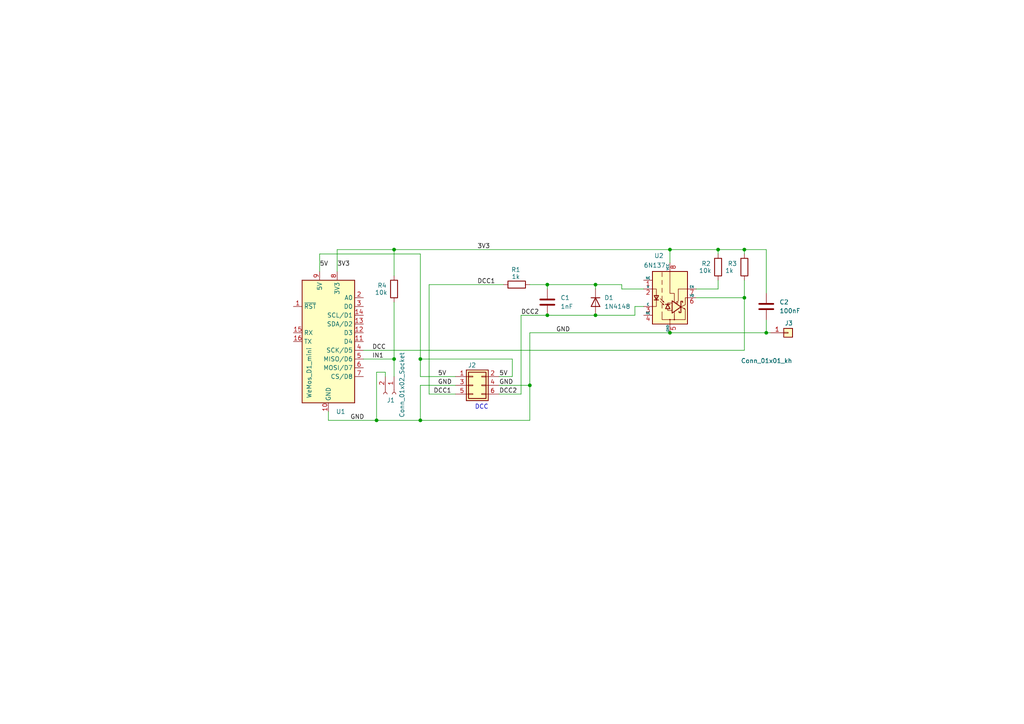
<source format=kicad_sch>
(kicad_sch (version 20231120) (generator "eeschema") (generator_version "8.0")
  (paper "A4")
  (title_block (date "2024-11-23"))
  (lib_symbols
    (symbol "Connector:Conn_01x02_Socket" (pin_names (offset 1.016) hide)
      (property "Reference" "J" (at 0 2.54 0))
      (property "Value" "Conn_01x02_Socket" (at 0 -5.08 0))
      (symbol "Conn_01x02_Socket_1_1"
        (arc (start 0 -2.032) (mid -0.5058 -2.54) (end 0 -3.048) (stroke (width 0.1524)))
        (polyline (pts (xy -1.27 -2.54) (xy -0.508 -2.54)) (stroke (width 0.1524)))
        (polyline (pts (xy -1.27 0) (xy -0.508 0)) (stroke (width 0.1524)))
        (arc (start 0 0.508) (mid -0.5058 0) (end 0 -0.508) (stroke (width 0.1524)))
        (pin passive line (at -5.08 0 0) (length 3.81) (name "Pin_1") (number "1"))
        (pin passive line (at -5.08 -2.54 0) (length 3.81) (name "Pin_2") (number "2"))
      )
    )
    (symbol "Device:C" (pin_numbers hide) (pin_names (offset 0.254))
      (property "Reference" "C" (at 0.635 2.54 0))
      (property "Value" "C" (at 0.635 -2.54 0))
      (symbol "C_0_1"
        (polyline (pts (xy -2.032 -0.762) (xy 2.032 -0.762)) (stroke (width 0.508)))
        (polyline (pts (xy -2.032 0.762) (xy 2.032 0.762)) (stroke (width 0.508)))
      )
      (symbol "C_1_1"
        (pin passive line (at 0 3.81 270) (length 2.794) (name "~") (number "1"))
        (pin passive line (at 0 -3.81 90) (length 2.794) (name "~") (number "2"))
      )
    )
    (symbol "Device:R" (pin_numbers hide) (pin_names (offset 0))
      (property "Reference" "R" (at 2.032 0 90))
      (property "Value" "R" (at 0 0 90))
      (symbol "R_0_1"
        (rectangle (start -1.016 -2.54) (end 1.016 2.54) (stroke (width 0.254)))
      )
      (symbol "R_1_1"
        (pin passive line (at 0 3.81 270) (length 1.27) (name "~") (number "1"))
        (pin passive line (at 0 -3.81 90) (length 1.27) (name "~") (number "2"))
      )
    )
    (symbol "Diode:1N4148" (pin_numbers hide) (pin_names hide)
      (property "Reference" "D" (at 0 2.54 0))
      (property "Value" "1N4148" (at 0 -2.54 0))
      (symbol "1N4148_0_1"
        (polyline (pts (xy -1.27 1.27) (xy -1.27 -1.27)) (stroke (width 0.254)))
        (polyline (pts (xy 1.27 0) (xy -1.27 0)))
        (polyline (pts (xy 1.27 1.27) (xy 1.27 -1.27) (xy -1.27 0) (xy 1.27 1.27)) (stroke (width 0.254)))
      )
      (symbol "1N4148_1_1"
        (pin passive line (at -3.81 0 0) (length 2.54) (name "K") (number "1"))
        (pin passive line (at 3.81 0 180) (length 2.54) (name "A") (number "2"))
      )
    )
    (symbol "Isolator:6N137" (pin_names (offset 0))
      (property "Reference" "U" (at -4.064 8.89 0))
      (property "Value" "6N137" (at 0 -8.89 0))
      (symbol "6N137_0_1"
        (polyline (pts (xy 0 -6.35) (xy -2.286 -6.35) (xy -2.286 -4.064)))
        (polyline (pts (xy -5.08 -2.54) (xy -3.937 -2.54) (xy -3.937 2.54) (xy -5.08 2.54)))
        (polyline (pts (xy 1.27 -5.08) (xy 1.27 -6.35) (xy 0 -6.35) (xy 0 -7.62)))
        (polyline (pts (xy 3.175 -2.667) (xy 0.635 -4.445) (xy 0.635 -0.889) (xy 3.175 -2.667)) (stroke (width 0.254)))
        (polyline (pts (xy -2.794 -1.016) (xy -1.717 -2.093) (xy -2.076 -1.914) (xy -1.896 -1.734) (xy -1.717 -2.093)))
        (polyline (pts (xy -2.794 -0.254) (xy -1.717 -1.331) (xy -2.076 -1.152) (xy -1.896 -0.972) (xy -1.717 -1.331)))
      )
      (symbol "6N137_1_1"
        (rectangle (start -5.08 7.62) (end 5.08 -7.62) (stroke (width 0.254)) (fill (type background)))
        (circle (center 0 -6.35) (radius 0.127) (fill (type outline)))
        (polyline (pts (xy -4.572 -0.635) (xy -3.302 -0.635)) (stroke (width 0.254)))
        (polyline (pts (xy -2.286 -1.778) (xy -2.286 -3.048)))
        (polyline (pts (xy -2.286 0.508) (xy -2.286 -0.762)))
        (polyline (pts (xy -2.286 2.794) (xy -2.286 1.524)))
        (polyline (pts (xy -2.286 5.08) (xy -2.286 3.81)))
        (polyline (pts (xy -2.286 7.366) (xy -2.286 6.096)))
        (polyline (pts (xy -1.27 -1.905) (xy 0 -1.905)) (stroke (width 0.254)))
        (polyline (pts (xy -0.635 -3.302) (xy -0.635 -3.683) (xy 0.635 -3.683)))
        (polyline (pts (xy -0.635 -1.905) (xy -0.635 -1.524) (xy 0.508 -1.524)))
        (polyline (pts (xy 1.27 -4.064) (xy 1.27 -6.35) (xy 4.445 -6.35)))
        (polyline (pts (xy 3.175 -2.667) (xy 4.445 -3.302) (xy 4.445 -6.35)))
        (polyline (pts (xy -3.937 -0.635) (xy -4.572 0.635) (xy -3.302 0.635) (xy -3.937 -0.635)) (stroke (width 0.254)))
        (polyline (pts (xy -0.635 -1.905) (xy -1.27 -3.175) (xy 0 -3.175) (xy -0.635 -1.905)) (stroke (width 0.254)))
        (polyline (pts (xy 1.27 -1.27) (xy 1.27 1.27) (xy 0 1.27) (xy 0 7.62)))
        (polyline (pts (xy 2.1844 -1.1684) (xy 2.413 -0.889) (xy 2.413 2.54) (xy 5.08 2.54)))
        (polyline (pts (xy 3.175 -2.667) (xy 3.175 -4.318) (xy 2.667 -4.318) (xy 2.667 -3.937)) (stroke (width 0.254)))
        (polyline (pts (xy 3.175 -2.667) (xy 3.175 -1.016) (xy 3.683 -1.016) (xy 3.683 -1.397)) (stroke (width 0.254)))
        (polyline (pts (xy 3.175 -2.667) (xy 4.445 -2.032) (xy 4.445 0) (xy 5.08 0)))
        (polyline (pts (xy 4.445 -3.302) (xy 4.161 -3.018) (xy 4.047 -3.246) (xy 4.445 -3.302)) (stroke (width 0.127)) (fill (type outline)))
        (circle (center 1.27 -6.35) (radius 0.127) (fill (type outline)))
        (circle (center 2.032 -1.397) (radius 0.254))
        (pin passive line (at -7.62 5.08 0) (length 2.54) (name "NC") (number "1"))
        (pin passive line (at -7.62 2.54 0) (length 2.54) (name "A") (number "2"))
        (pin passive line (at -7.62 -2.54 0) (length 2.54) (name "C") (number "3"))
        (pin passive line (at -7.62 -5.08 0) (length 2.54) (name "NC") (number "4"))
        (pin power_in line (at 0 -10.16 90) (length 2.54) (name "GND") (number "5"))
        (pin open_collector line (at 7.62 0 180) (length 2.54) (name "VO") (number "6"))
        (pin input line (at 7.62 2.54 180) (length 2.54) (name "EN") (number "7"))
        (pin power_in line (at 0 10.16 270) (length 2.54) (name "VCC") (number "8"))
      )
    )
    (symbol "MCU_Module:WeMos_D1_mini"
      (property "Reference" "U" (at 3.81 19.05 0))
      (property "Value" "WeMos_D1_mini" (at 1.27 -19.05 0))
      (symbol "WeMos_D1_mini_1_1"
        (rectangle (start -7.62 17.78) (end 7.62 -17.78) (stroke (width 0.254)) (fill (type background)))
        (pin input line (at -10.16 10.16 0) (length 2.54) (name "~{RST}") (number "1"))
        (pin power_in line (at 0 -20.32 90) (length 2.54) (name "GND") (number "10"))
        (pin bidirectional line (at 10.16 0 180) (length 2.54) (name "D4") (number "11"))
        (pin bidirectional line (at 10.16 2.54 180) (length 2.54) (name "D3") (number "12"))
        (pin bidirectional line (at 10.16 5.08 180) (length 2.54) (name "SDA/D2") (number "13"))
        (pin bidirectional line (at 10.16 7.62 180) (length 2.54) (name "SCL/D1") (number "14"))
        (pin input line (at -10.16 2.54 0) (length 2.54) (name "RX") (number "15"))
        (pin output line (at -10.16 0 0) (length 2.54) (name "TX") (number "16"))
        (pin input line (at 10.16 12.7 180) (length 2.54) (name "A0") (number "2"))
        (pin bidirectional line (at 10.16 10.16 180) (length 2.54) (name "D0") (number "3"))
        (pin bidirectional line (at 10.16 -2.54 180) (length 2.54) (name "SCK/D5") (number "4"))
        (pin bidirectional line (at 10.16 -5.08 180) (length 2.54) (name "MISO/D6") (number "5"))
        (pin bidirectional line (at 10.16 -7.62 180) (length 2.54) (name "MOSI/D7") (number "6"))
        (pin bidirectional line (at 10.16 -10.16 180) (length 2.54) (name "CS/D8") (number "7"))
        (pin power_out line (at 2.54 20.32 270) (length 2.54) (name "3V3") (number "8"))
        (pin power_in line (at -2.54 20.32 270) (length 2.54) (name "5V") (number "9"))
      )
    )
    (symbol "_kh_library:Box_02x03_P2.54_Vertical" (pin_names (offset 1.016) hide)
      (property "Reference" "J" (at 1.27 5.588 0))
      (property "Value" "Box_02x03_P2.54_Vertical" (at 1.27 -6.35 0))
      (symbol "Box_02x03_P2.54_Vertical_1_1"
        (rectangle (start -1.905 4.445) (end 4.445 -4.445) (stroke (width 0.254)) (fill (type background)))
        (rectangle (start -1.27 -2.413) (end 0 -2.667) (stroke (width 0.1524)))
        (rectangle (start -1.27 0.127) (end 0 -0.127) (stroke (width 0.1524)))
        (rectangle (start -1.27 2.667) (end 0 2.413) (stroke (width 0.1524)))
        (rectangle (start -1.27 3.81) (end 3.81 -3.81) (stroke (width 0.254)) (fill (type background)))
        (rectangle (start 3.81 -2.413) (end 2.54 -2.667) (stroke (width 0.1524)))
        (rectangle (start 3.81 0.127) (end 2.54 -0.127) (stroke (width 0.1524)))
        (rectangle (start 3.81 2.667) (end 2.54 2.413) (stroke (width 0.1524)))
        (pin passive line (at -5.08 2.54 0) (length 3.81) (name "Pin_1") (number "1"))
        (pin passive line (at 7.62 2.54 180) (length 3.81) (name "Pin_2") (number "2"))
        (pin passive line (at -5.08 0 0) (length 3.81) (name "Pin_3") (number "3"))
        (pin passive line (at 7.62 0 180) (length 3.81) (name "Pin_4") (number "4"))
        (pin passive line (at -5.08 -2.54 0) (length 3.81) (name "Pin_5") (number "5"))
        (pin passive line (at 7.62 -2.54 180) (length 3.81) (name "Pin_6") (number "6"))
      )
    )
    (symbol "_kh_library:Conn_01x01_kh" (pin_names (offset 1.016) hide)
      (property "Reference" "J" (at 0 2.54 0))
      (property "Value" "Conn_01x01_kh" (at 0 -2.54 0))
      (symbol "Conn_01x01_kh_1_1"
        (rectangle (start -1.27 0.127) (end 0 -0.127) (stroke (width 0.1524)))
        (rectangle (start -1.27 1.27) (end 1.27 -1.27) (stroke (width 0.254)) (fill (type background)))
        (pin passive line (at -5.08 0 0) (length 3.81) (name "Pin_1") (number "1"))
      )
    )
  )
  (junction (at 215.9 86.36))
  (junction (at 172.72 82.55))
  (junction (at 208.28 72.39))
  (junction (at 158.75 91.44))
  (junction (at 114.3 72.39))
  (junction (at 121.92 121.92))
  (junction (at 194.31 96.52))
  (junction (at 114.3 104.14))
  (junction (at 215.9 72.39))
  (junction (at 172.72 91.44))
  (junction (at 121.92 104.14))
  (junction (at 222.25 96.52))
  (junction (at 194.31 72.39))
  (junction (at 153.67 111.76))
  (junction (at 109.22 121.92))
  (junction (at 158.75 82.55))
  (wire (pts (xy 114.3 87.63) (xy 114.3 104.14)))
  (wire (pts (xy 144.78 114.3) (xy 151.13 114.3)))
  (wire (pts (xy 121.92 111.76) (xy 121.92 121.92)))
  (wire (pts (xy 121.92 111.76) (xy 132.08 111.76)))
  (wire (pts (xy 180.34 82.55) (xy 172.72 82.55)))
  (wire (pts (xy 201.93 83.82) (xy 208.28 83.82)))
  (wire (pts (xy 124.46 114.3) (xy 132.08 114.3)))
  (wire (pts (xy 201.93 86.36) (xy 215.9 86.36)))
  (wire (pts (xy 186.69 88.9) (xy 184.15 88.9)))
  (wire (pts (xy 153.67 111.76) (xy 153.67 121.92)))
  (wire (pts (xy 153.67 96.52) (xy 153.67 111.76)))
  (wire (pts (xy 194.31 72.39) (xy 194.31 76.2)))
  (wire (pts (xy 144.78 111.76) (xy 153.67 111.76)))
  (wire (pts (xy 215.9 101.6) (xy 215.9 86.36)))
  (wire (pts (xy 158.75 82.55) (xy 158.75 83.82)))
  (wire (pts (xy 222.25 96.52) (xy 194.31 96.52)))
  (wire (pts (xy 208.28 72.39) (xy 215.9 72.39)))
  (wire (pts (xy 124.46 82.55) (xy 146.05 82.55)))
  (wire (pts (xy 215.9 72.39) (xy 222.25 72.39)))
  (wire (pts (xy 92.71 73.66) (xy 121.92 73.66)))
  (wire (pts (xy 121.92 73.66) (xy 121.92 104.14)))
  (wire (pts (xy 208.28 72.39) (xy 208.28 73.66)))
  (wire (pts (xy 109.22 121.92) (xy 121.92 121.92)))
  (wire (pts (xy 121.92 104.14) (xy 148.59 104.14)))
  (wire (pts (xy 151.13 91.44) (xy 158.75 91.44)))
  (wire (pts (xy 151.13 91.44) (xy 151.13 114.3)))
  (wire (pts (xy 121.92 121.92) (xy 153.67 121.92)))
  (wire (pts (xy 186.69 83.82) (xy 180.34 83.82)))
  (wire (pts (xy 114.3 109.22) (xy 114.3 104.14)))
  (wire (pts (xy 172.72 83.82) (xy 172.72 82.55)))
  (wire (pts (xy 97.79 72.39) (xy 97.79 78.74)))
  (wire (pts (xy 92.71 73.66) (xy 92.71 78.74)))
  (wire (pts (xy 153.67 96.52) (xy 194.31 96.52)))
  (wire (pts (xy 111.76 109.22) (xy 111.76 107.95)))
  (wire (pts (xy 121.92 104.14) (xy 121.92 109.22)))
  (wire (pts (xy 172.72 82.55) (xy 158.75 82.55)))
  (wire (pts (xy 222.25 96.52) (xy 223.52 96.52)))
  (wire (pts (xy 194.31 72.39) (xy 208.28 72.39)))
  (wire (pts (xy 215.9 73.66) (xy 215.9 72.39)))
  (wire (pts (xy 111.76 107.95) (xy 109.22 107.95)))
  (wire (pts (xy 184.15 88.9) (xy 184.15 91.44)))
  (wire (pts (xy 184.15 91.44) (xy 172.72 91.44)))
  (wire (pts (xy 95.25 119.38) (xy 95.25 121.92)))
  (wire (pts (xy 222.25 92.71) (xy 222.25 96.52)))
  (wire (pts (xy 124.46 82.55) (xy 124.46 114.3)))
  (wire (pts (xy 222.25 72.39) (xy 222.25 85.09)))
  (wire (pts (xy 148.59 109.22) (xy 144.78 109.22)))
  (wire (pts (xy 109.22 107.95) (xy 109.22 121.92)))
  (wire (pts (xy 121.92 109.22) (xy 132.08 109.22)))
  (wire (pts (xy 148.59 109.22) (xy 148.59 104.14)))
  (wire (pts (xy 114.3 72.39) (xy 114.3 80.01)))
  (wire (pts (xy 105.41 101.6) (xy 215.9 101.6)))
  (wire (pts (xy 215.9 86.36) (xy 215.9 81.28)))
  (wire (pts (xy 158.75 91.44) (xy 172.72 91.44)))
  (wire (pts (xy 180.34 83.82) (xy 180.34 82.55)))
  (wire (pts (xy 97.79 72.39) (xy 114.3 72.39)))
  (wire (pts (xy 114.3 72.39) (xy 194.31 72.39)))
  (wire (pts (xy 153.67 82.55) (xy 158.75 82.55)))
  (wire (pts (xy 95.25 121.92) (xy 109.22 121.92)))
  (wire (pts (xy 105.41 104.14) (xy 114.3 104.14)))
  (wire (pts (xy 208.28 83.82) (xy 208.28 81.28)))
  (text "DCC" (at 139.7 118.11 0) (effects (font (size 1.27 1.27))))
  (label "5V" (at 92.71 77.47 0))
  (label "DCC2" (at 144.78 114.3 0))
  (label "DCC2" (at 151.13 91.44 0))
  (label "5V" (at 127 109.22 0))
  (label "IN1" (at 107.95 104.14 0))
  (label "3V3" (at 138.43 72.39 0))
  (label "GND" (at 161.29 96.52 0))
  (label "DCC1" (at 125.73 114.3 0))
  (label "5V" (at 144.78 109.22 0))
  (label "DCC1" (at 138.43 82.55 0))
  (label "GND" (at 144.78 111.76 0))
  (label "GND" (at 127 111.76 0))
  (label "DCC" (at 107.95 101.6 0))
  (label "3V3" (at 97.79 77.47 0))
  (label "GND" (at 101.6 121.92 0))
  (symbol (lib_id "Device:R") (at 114.3 83.82 0) (unit 1)
    (property "Reference" "R4" (at 109.474 82.804 0) (effects (justify left)))
    (property "Value" "10k" (at 108.712 84.836 0) (effects (justify left)))
    (property "Footprint" "Resistor_THT:R_Axial_DIN0204_L3.6mm_D1.6mm_P2.54mm_Vertical" (effects (hide yes)))
  )
  (symbol (lib_id "MCU_Module:WeMos_D1_mini") (at 95.25 99.06 0) (unit 1)
    (property "Reference" "U1" (at 97.4441 119.38 0) (effects (justify left)))
    (property "Value" "WeMos_D1_mini" (at 89.662 115.57 90) (effects (justify left)))
    (property "Footprint" "_kh_library:WEMOS_D1_mini_kh_shield_2" (effects (hide yes)))
    (property "Datasheet" "https://wiki.wemos.cc/products:d1:d1_mini#documentation" (effects (hide yes)))
    (property "Description" "32-bit microcontroller module with WiFi" (effects (hide yes)))
  )
  (symbol (lib_id "_kh_library:Box_02x03_P2.54_Vertical") (at 137.16 111.76 0) (unit 1)
    (property "Reference" "J2" (at 136.906 105.918 0))
    (property "Value" "Box_02x03_P2.54_Vertical" (effects (hide yes)))
    (property "Footprint" "_kh_library:Box_02x03_P2.54mm_Horizontal_mini_kh" (effects (hide yes)))
    (property "Description" "Box Header connector, double row, 02x03, odd/even pin numbering scheme" (effects (hide yes)))
  )
  (symbol (lib_id "Diode:1N4148") (at 172.72 87.63 270) (unit 1)
    (property "Reference" "D1" (at 175.26 86.3599 90) (effects (justify left)))
    (property "Value" "1N4148" (at 175.26 88.8999 90) (effects (justify left)))
    (property "Footprint" "Diode_THT:D_DO-35_SOD27_P2.54mm_Vertical_AnodeUp" (effects (hide yes)))
    (property "Datasheet" "https://assets.nexperia.com/documents/data-sheet/1N4148_1N4448.pdf" (effects (hide yes)))
    (property "Description" "100V 0.15A standard switching diode, DO-35" (effects (hide yes)))
    (property "Sim.Device" "D" (effects (hide yes)))
    (property "Sim.Pins" "1=K 2=A" (effects (hide yes)))
  )
  (symbol (lib_id "Connector:Conn_01x02_Socket") (at 114.3 114.3 270) (unit 1)
    (property "Reference" "J1" (at 114.554 116.078 90) (effects (justify right)))
    (property "Value" "Conn_01x02_Socket" (at 116.586 121.158 0) (effects (justify right)))
    (property "Footprint" "Connector_PinSocket_2.54mm:PinSocket_1x02_P2.54mm_Vertical" (effects (hide yes)))
    (property "Description" "Generic connector, single row, 01x02, script generated" (effects (hide yes)))
  )
  (symbol (lib_id "Device:R") (at 215.9 77.47 0) (unit 1)
    (property "Reference" "R3" (at 211.074 76.454 0) (effects (justify left)))
    (property "Value" "1k" (at 210.312 78.486 0) (effects (justify left)))
    (property "Footprint" "Resistor_THT:R_Axial_DIN0204_L3.6mm_D1.6mm_P2.54mm_Vertical" (effects (hide yes)))
  )
  (symbol (lib_id "_kh_library:Conn_01x01_kh") (at 228.6 96.52 0) (unit 1)
    (property "Reference" "J3" (at 227.584 93.726 0) (effects (justify left)))
    (property "Value" "Conn_01x01_kh" (at 214.884 104.648 0) (effects (justify left)))
    (property "Footprint" "_kh_library:Pin_D0.9mm_W1.4mm" (effects (hide yes)))
    (property "Description" "Generic connector, single row, 01x01, script generated (kicad-library-utils/schlib/autogen/connector/)" (effects (hide yes)))
  )
  (symbol (lib_id "Device:R") (at 149.86 82.55 270) (unit 1)
    (property "Reference" "R1" (at 149.606 78.232 90))
    (property "Value" "1k" (at 149.606 80.264 90))
    (property "Footprint" "Resistor_THT:R_Axial_DIN0204_L3.6mm_D1.6mm_P5.08mm_Vertical" (effects (hide yes)))
  )
  (symbol (lib_id "Device:C") (at 158.75 87.63 0) (unit 1)
    (property "Reference" "C1" (at 162.56 86.3599 0) (effects (justify left)))
    (property "Value" "1nF" (at 162.56 88.8999 0) (effects (justify left)))
    (property "Footprint" "Capacitor_THT:C_Disc_D3.0mm_W1.6mm_P2.50mm" (effects (hide yes)))
    (property "Description" "Unpolarized capacitor" (effects (hide yes)))
  )
  (symbol (lib_id "Device:C") (at 222.25 88.9 0) (unit 1)
    (property "Reference" "C2" (at 226.06 87.6299 0) (effects (justify left)))
    (property "Value" "100nF" (at 226.06 90.1699 0) (effects (justify left)))
    (property "Footprint" "Capacitor_THT:C_Disc_D3.0mm_W1.6mm_P2.50mm" (effects (hide yes)))
    (property "Description" "Unpolarized capacitor" (effects (hide yes)))
  )
  (symbol (lib_id "Device:R") (at 208.28 77.47 0) (unit 1)
    (property "Reference" "R2" (at 203.454 76.454 0) (effects (justify left)))
    (property "Value" "10k" (at 202.692 78.486 0) (effects (justify left)))
    (property "Footprint" "Resistor_THT:R_Axial_DIN0204_L3.6mm_D1.6mm_P2.54mm_Vertical" (effects (hide yes)))
  )
  (symbol (lib_id "Isolator:6N137") (at 194.31 86.36 0) (unit 1)
    (property "Reference" "U2" (at 189.738 74.168 0) (effects (justify left)))
    (property "Value" "6N137" (at 186.69 76.962 0) (effects (justify left)))
    (property "Footprint" "Package_DIP:DIP-8_W7.62mm" (effects (hide yes)))
    (property "Datasheet" "https://docs.broadcom.com/docs/AV02-0940EN" (effects (hide yes)))
    (property "Description" "Single High Speed LSTTL/TTL Compatible Optocoupler with enable, dV/dt 1000/us, VCM 10, max 7V VCC, DIP-8" (effects (hide yes)))
  )
)
</source>
